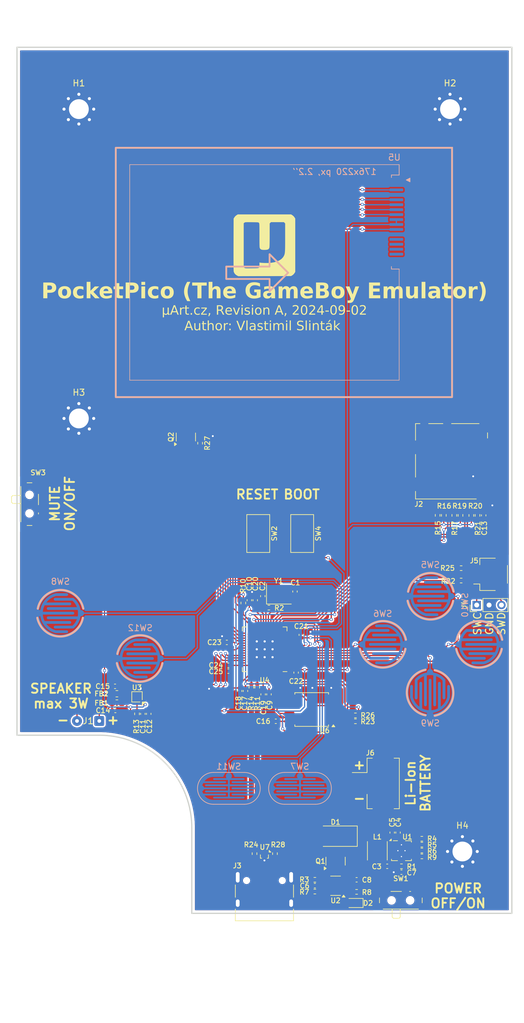
<source format=kicad_pcb>
(kicad_pcb
	(version 20240108)
	(generator "pcbnew")
	(generator_version "8.0")
	(general
		(thickness 1.09)
		(legacy_teardrops no)
	)
	(paper "A4")
	(title_block
		(title "PocketPico (The GameBoy Emulator)")
		(date "2024-09-02")
		(rev "A")
		(company "μArt.cz")
		(comment 1 "Vlastimil Slinták")
	)
	(layers
		(0 "F.Cu" signal)
		(31 "B.Cu" signal)
		(32 "B.Adhes" user "B.Adhesive")
		(33 "F.Adhes" user "F.Adhesive")
		(34 "B.Paste" user)
		(35 "F.Paste" user)
		(36 "B.SilkS" user "B.Silkscreen")
		(37 "F.SilkS" user "F.Silkscreen")
		(38 "B.Mask" user)
		(39 "F.Mask" user)
		(40 "Dwgs.User" user "User.Drawings")
		(41 "Cmts.User" user "User.Comments")
		(42 "Eco1.User" user "User.Eco1")
		(43 "Eco2.User" user "User.Eco2")
		(44 "Edge.Cuts" user)
		(45 "Margin" user)
		(46 "B.CrtYd" user "B.Courtyard")
		(47 "F.CrtYd" user "F.Courtyard")
		(48 "B.Fab" user)
		(49 "F.Fab" user)
		(50 "User.1" user)
		(51 "User.2" user)
		(52 "User.3" user)
		(53 "User.4" user)
		(54 "User.5" user)
		(55 "User.6" user)
		(56 "User.7" user)
		(57 "User.8" user)
		(58 "User.9" user)
	)
	(setup
		(stackup
			(layer "F.SilkS"
				(type "Top Silk Screen")
			)
			(layer "F.Paste"
				(type "Top Solder Paste")
			)
			(layer "F.Mask"
				(type "Top Solder Mask")
				(thickness 0.01)
			)
			(layer "F.Cu"
				(type "copper")
				(thickness 0.035)
			)
			(layer "dielectric 1"
				(type "core")
				(thickness 1)
				(material "FR4")
				(epsilon_r 4.5)
				(loss_tangent 0.02)
			)
			(layer "B.Cu"
				(type "copper")
				(thickness 0.035)
			)
			(layer "B.Mask"
				(type "Bottom Solder Mask")
				(thickness 0.01)
			)
			(layer "B.Paste"
				(type "Bottom Solder Paste")
			)
			(layer "B.SilkS"
				(type "Bottom Silk Screen")
			)
			(copper_finish "None")
			(dielectric_constraints no)
		)
		(pad_to_mask_clearance 0)
		(allow_soldermask_bridges_in_footprints no)
		(aux_axis_origin 62.185148 18.1375)
		(grid_origin 62.185148 18.1375)
		(pcbplotparams
			(layerselection 0x00010fc_ffffffff)
			(plot_on_all_layers_selection 0x0000000_00000000)
			(disableapertmacros no)
			(usegerberextensions no)
			(usegerberattributes yes)
			(usegerberadvancedattributes yes)
			(creategerberjobfile yes)
			(dashed_line_dash_ratio 12.000000)
			(dashed_line_gap_ratio 3.000000)
			(svgprecision 4)
			(plotframeref no)
			(viasonmask no)
			(mode 1)
			(useauxorigin no)
			(hpglpennumber 1)
			(hpglpenspeed 20)
			(hpglpendiameter 15.000000)
			(pdf_front_fp_property_popups yes)
			(pdf_back_fp_property_popups yes)
			(dxfpolygonmode yes)
			(dxfimperialunits yes)
			(dxfusepcbnewfont yes)
			(psnegative no)
			(psa4output no)
			(plotreference yes)
			(plotvalue yes)
			(plotfptext yes)
			(plotinvisibletext no)
			(sketchpadsonfab no)
			(subtractmaskfromsilk no)
			(outputformat 1)
			(mirror no)
			(drillshape 1)
			(scaleselection 1)
			(outputdirectory "")
		)
	)
	(net 0 "")
	(net 1 "/XTAL_IN")
	(net 2 "GND")
	(net 3 "Net-(C2-Pad2)")
	(net 4 "+3V3")
	(net 5 "+5V")
	(net 6 "Net-(U1-EN)")
	(net 7 "+BATT")
	(net 8 "+1V1")
	(net 9 "Net-(J1-Pin_1)")
	(net 10 "Net-(J1-Pin_2)")
	(net 11 "VCC")
	(net 12 "Net-(D2-K)")
	(net 13 "Net-(J2-DAT1)")
	(net 14 "/SD_CS")
	(net 15 "Net-(J2-DAT2)")
	(net 16 "/SD_CLK")
	(net 17 "/SD_MOSI")
	(net 18 "/SD_MISO")
	(net 19 "Net-(J3-CC2)")
	(net 20 "Net-(J3-CC1)")
	(net 21 "/USB+")
	(net 22 "/USB-")
	(net 23 "/SWCLK")
	(net 24 "/SWD")
	(net 25 "Net-(U1-L2)")
	(net 26 "Net-(U1-L1)")
	(net 27 "Net-(Q2-D)")
	(net 28 "/LCD_BL")
	(net 29 "/XTAL_OUT")
	(net 30 "Net-(R4-Pad1)")
	(net 31 "Net-(U1-FB)")
	(net 32 "Net-(R6-Pad1)")
	(net 33 "Net-(U2-PROG)")
	(net 34 "Net-(U2-STAT)")
	(net 35 "Net-(U4-~{RUN})")
	(net 36 "Net-(U4-D+)")
	(net 37 "/AMP_SD")
	(net 38 "Net-(U4-D-)")
	(net 39 "Net-(U4-SWCLK)")
	(net 40 "/QSPI_CS")
	(net 41 "Net-(U4-SWDIO)")
	(net 42 "Net-(R26-Pad1)")
	(net 43 "unconnected-(SW3-C-Pad3)")
	(net 44 "/BTN_UP")
	(net 45 "/BTN_RIGHT")
	(net 46 "/BTN_SLCT")
	(net 47 "/BTN_A")
	(net 48 "/BTN_DOWN")
	(net 49 "/BTN_LEFT")
	(net 50 "/BTN_START")
	(net 51 "/BTN_B")
	(net 52 "/AMP_LRC")
	(net 53 "/AMP_DIN")
	(net 54 "/AMP_BCLK")
	(net 55 "/LCD_RS")
	(net 56 "/LCD_RST")
	(net 57 "unconnected-(U5-XR-Pad16)")
	(net 58 "/LCD_SCK")
	(net 59 "unconnected-(U5-YD-Pad13)")
	(net 60 "/LCD_CS")
	(net 61 "unconnected-(U5-YU-Pad15)")
	(net 62 "unconnected-(U5-XL-Pad14)")
	(net 63 "/LCD_SDA")
	(net 64 "/QSPI_CLK")
	(net 65 "/QSPI_SD0")
	(net 66 "/QSPI_SD2")
	(net 67 "/QSPI_SD1")
	(net 68 "/QSPI_SD3")
	(net 69 "unconnected-(U4-GPIO16-Pad27)")
	(net 70 "unconnected-(U4-GPIO29{slash}ADC3-Pad41)")
	(net 71 "unconnected-(U4-GPIO25-Pad37)")
	(net 72 "unconnected-(U4-GPIO23-Pad35)")
	(net 73 "unconnected-(U4-GPIO10-Pad13)")
	(net 74 "unconnected-(U4-GPIO11-Pad14)")
	(net 75 "unconnected-(U4-GPIO24-Pad36)")
	(net 76 "unconnected-(U4-GPIO1-Pad3)")
	(net 77 "unconnected-(U4-GPIO0-Pad2)")
	(net 78 "/AMP_OP")
	(net 79 "/AMP_ON")
	(net 80 "/AMP_GAIN")
	(net 81 "Net-(SW1-C)")
	(net 82 "unconnected-(SW1-A-Pad1)")
	(footprint "Resistor_SMD:R_0402_1005Metric" (layer "F.Cu") (at 133.880148 93.8025 -90))
	(footprint "Connector_Card:microSD_HC_Molex_104031-0811" (layer "F.Cu") (at 132.430148 85.0425 -90))
	(footprint "Capacitor_SMD:C_0402_1005Metric" (layer "F.Cu") (at 117.085148 152.7125))
	(footprint "Capacitor_SMD:C_0402_1005Metric" (layer "F.Cu") (at 78.085148 125.3375))
	(footprint "MountingHole:MountingHole_3.2mm_M3_Pad_Via" (layer "F.Cu") (at 72.185148 28.1375))
	(footprint "Resistor_SMD:R_0402_1005Metric" (layer "F.Cu") (at 100.585148 148.4875 90))
	(footprint "Resistor_SMD:R_0402_1005Metric" (layer "F.Cu") (at 116.895148 126.1375 180))
	(footprint "Resistor_SMD:R_0402_1005Metric" (layer "F.Cu") (at 135.630148 93.8125 -90))
	(footprint "Package_TO_SOT_SMD:SOT-23-5" (layer "F.Cu") (at 113.685148 153.675 180))
	(footprint "PocketPico:RP2040-QFN-56" (layer "F.Cu") (at 102.222648 115.45 180))
	(footprint "Resistor_SMD:R_0402_1005Metric" (layer "F.Cu") (at 81.585148 125.8875 -90))
	(footprint "Capacitor_SMD:C_0402_1005Metric" (layer "F.Cu") (at 101.972648 122.7375 -90))
	(footprint "MountingHole:MountingHole_3.2mm_M3_Pad_Via" (layer "F.Cu") (at 72.185148 78.1375))
	(footprint "Capacitor_SMD:C_0402_1005Metric" (layer "F.Cu") (at 110.335148 153.6625 180))
	(footprint "Capacitor_SMD:C_0402_1005Metric" (layer "F.Cu") (at 123.785148 145.0775 90))
	(footprint "Connector_Wire:SolderWire-0.1sqmm_1x02_P3.6mm_D0.4mm_OD1mm" (layer "F.Cu") (at 75.485148 127.0375 180))
	(footprint "Resistor_SMD:R_0402_1005Metric" (layer "F.Cu") (at 130.185148 93.7975 -90))
	(footprint "Resistor_SMD:R_0402_1005Metric" (layer "F.Cu") (at 101.022648 121.5875 90))
	(footprint "Button_Switch_SMD:SW_SPST_CK_RS282G05A3" (layer "F.Cu") (at 101.185148 96.7375 -90))
	(footprint "Resistor_SMD:R_0402_1005Metric" (layer "F.Cu") (at 127.625148 146.0775 180))
	(footprint "Capacitor_SMD:C_0402_1005Metric" (layer "F.Cu") (at 104.022648 127.0875 180))
	(footprint "Connector_USB:USB_C_Receptacle_HRO_TYPE-C-31-M-12" (layer "F.Cu") (at 102.185148 155.4375))
	(footprint "Resistor_SMD:R_0402_1005Metric" (layer "F.Cu") (at 133.985148 104.3375 180))
	(footprint "Resistor_SMD:R_0402_1005Metric" (layer "F.Cu") (at 127.635148 148.9275 180))
	(footprint "Button_Switch_SMD:SW_SPDT_PCM12" (layer "F.Cu") (at 124.235148 155.7125))
	(footprint "Resistor_SMD:R_0402_1005Metric" (layer "F.Cu") (at 103.885148 148.4875 90))
	(footprint "MountingHole:MountingHole_3.2mm_M3_Pad_Via" (layer "F.Cu") (at 134.185148 148.1375))
	(footprint "Resistor_SMD:R_0402_1005Metric" (layer "F.Cu") (at 91.785148 82.1375 -90))
	(footprint "Resistor_SMD:R_0402_1005Metric" (layer "F.Cu") (at 102.907648 108.7125 180))
	(footprint "Capacitor_SMD:C_0402_1005Metric" (layer "F.Cu") (at 96.342648 118.0375 180))
	(footprint "Capacitor_SMD:C_0402_1005Metric" (layer "F.Cu") (at 107.305148 119.22 -90))
	(footprint "Crystal:Crystal_SMD_3225-4Pin_3.2x2.5mm" (layer "F.Cu") (at 104.522648 106.4875))
	(footprint "MountingHole:MountingHole_3.2mm_M3_Pad_Via" (layer "F.Cu") (at 132.185148 28.1375))
	(footprint "Connector_PinHeader_2.00mm:PinHeader_1x03_P2.00mm_Vertical" (layer "F.Cu") (at 136.5 108.3 90))
	(footprint "Capacitor_SMD:C_0402_1005Metric"
		(layer "F.Cu")
		(uuid "74d0bba2-27c6-434a-9b31-56501f5f95ab")
		(at 99.747648 107.5175 90)
		(descr "Capacitor SMD 0402 (1005 Metric), square (rectangular) end terminal, IPC_7351 nominal, (Body size source: IPC-SM-782 page 76, https://www.pcb-3d.com/wordpress/wp-content/uploads/ipc-sm-782a_amendment_1_and_2.pdf), generated with kicad-footprint-generator")
		(tags "capacitor")
		(property "Reference" "C10"
			(at 2.65 -0.0125 90)
			(layer "F.SilkS")
			(uuid "6c1a2bfe-d5ec-498a-96fd-892ede101f09")
			(effects
				(font
					(size 0.8 0.8)
					(thickness 0.15)
				)
			)
		)
		(property "Value" "100n"
			(at 0 1.16 90)
			(layer "F.Fab")
			(uuid "e2c39b2a-51cb-407a-8e38-2b0d7ab27013")
			(effects
				(font
					(size 1 1)
					(thickness 0.15)
				)
			)
		)
		(property "Footprint" "Capacitor_SMD:C_0402_1005Metric"
			(at 0 0 90)
			(unlocked yes)
			(layer "F.Fab")
			(hide yes)
			(uuid "e88b9b30-d954-41a8-b1fa-13327dfa7db3")
			(effects
				(font
					(size 1.27 1.27)
					(thickness 0.15)
				)
			)
		)
		(property "Datasheet" ""
			(at 0 0 90)
			(unlocked yes)
			(layer "F.Fab")
			(hide yes)
			(uuid "fd3dd81d-c669-45bd-bb45-a27d5425504e")
			(effects
				(font
					(size 1.27 1.27)
					(thickness 0.15)
				)
			)
		)
		(property "Description" "Unpolarized capacitor"
			(at 0 0 90)
			(unlocked yes)
			(layer "F.Fab")
			(hide yes)
			(uuid "200b46c1-b426-46b3-a63e-5809bcc38fc6")
			(effects
				(font
					(size 1.27 1.27)
					(thickness 0.15)
				)
			)
		)
		(property "LCSC" "C1525"
			(at 0 0 90)
			(unlocked yes)
			(layer "F.Fab")
			(hide yes)
			(uuid "9693dacc-1ab9-4c8a-a860-c3d9e1343ffc")
			(effects
				(font
					(size 1 1)
					(thickness 0.15)
				)
			)
		)
		(property ki_fp_filters "C_*")
		(path "/b3ea2a24-8a0f-4f65-8b70-f9b0d4023307")
		(sheetname "Root")
		(sheetfile "pocketpico.kicad_sch")
		(attr smd)
		(fp_line
			(start -0.107836 -0.36)
			(end 0.107836 -0.36)
			(stroke
				(width 0.12)
				(type solid)
			)
			(layer "F.SilkS")
			(uuid "d5b20744-bbc8-48f0-9cb5-c1d3833414ca")
		)
		(fp_line
			(start -0.107836 0.36)
			(end 0.107836 0.36)
			(stroke
				(width 0.12)
				(type solid)
			)
			(layer "F.SilkS")
			(uuid "0a5065f3-3f6c-4fa5-ab7c-0dc0822c1123")
		)
		(fp_line
			(start 0.91 -0.46)
			(end 0.91 0.46)
			(stroke
				(width 0.05)
				(type solid)
			)
			(layer "F.CrtYd")
			(uuid "a21aec90-913e-4534-8b50-f4ae3da546ee")
		)
		(fp_line
			(start -0.91 -0.46)
			(end 0.91 -0.46)
			(stroke
				(width 0.05)
				(type solid)
			)
			(layer "F.CrtYd")
			(uuid "8b68cc83-e05c-4366-981b-b12794a8f6fc")
		)
		(fp_line
			(start 0.91 0.46)
			(end -0.91 0.46)
			(stroke
				(width 0.05)
				(type solid)
			)
			(layer "F.CrtYd")
			(uuid "a464c02e-8429-480b-b747-71ff3df083b2")
		)
		(fp_line
			(start -0.91 0.46)
			(end -0.91 -0.46)
			(stroke
				(width 0.05)
				(type solid)
			)
			(layer "F.CrtYd")
			(uuid "082ffbfa-8b93-4329-81fa-f75fd4d810c4")
		)
		(fp_line
			(start 0.5 -0.25)
			(end 0.5 0.25)
			(stroke
				(width 0.1)
				(type solid)
			)
			(layer "F.Fab")
			(uuid "cb073290-d38e-489c-917c-ef930459b7a0")
		)
		(fp_line
			(start -0.5 -0.25)
			(end 0.5 -0.25)
			(stroke
				(width 0.1)
				(type solid)
			)
			(layer "F.Fab")
			(uuid "25797e66-8446-4844-8b62-c28a6c1f68f1")
		)
		(fp_line
			(start 0.5 0.25)
			(end -0.5 0.25)
			(stroke
				(width 0.1)
			
... [753957 chars truncated]
</source>
